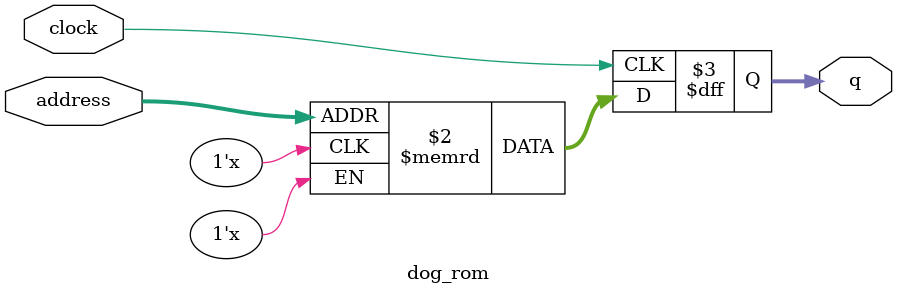
<source format=sv>
module dog_rom (
	input logic clock,
	input logic [16:0] address,
	output logic [2:0] q
);

logic [2:0] memory [0:96743] /* synthesis ram_init_file = "./dog/dog.COE" */;

always_ff @ (posedge clock) begin
	q <= memory[address];
end

endmodule

</source>
